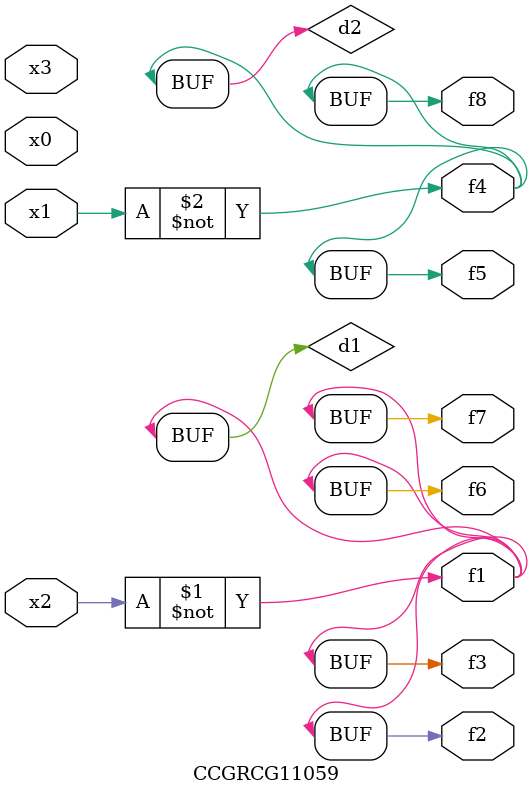
<source format=v>
module CCGRCG11059(
	input x0, x1, x2, x3,
	output f1, f2, f3, f4, f5, f6, f7, f8
);

	wire d1, d2;

	xnor (d1, x2);
	not (d2, x1);
	assign f1 = d1;
	assign f2 = d1;
	assign f3 = d1;
	assign f4 = d2;
	assign f5 = d2;
	assign f6 = d1;
	assign f7 = d1;
	assign f8 = d2;
endmodule

</source>
